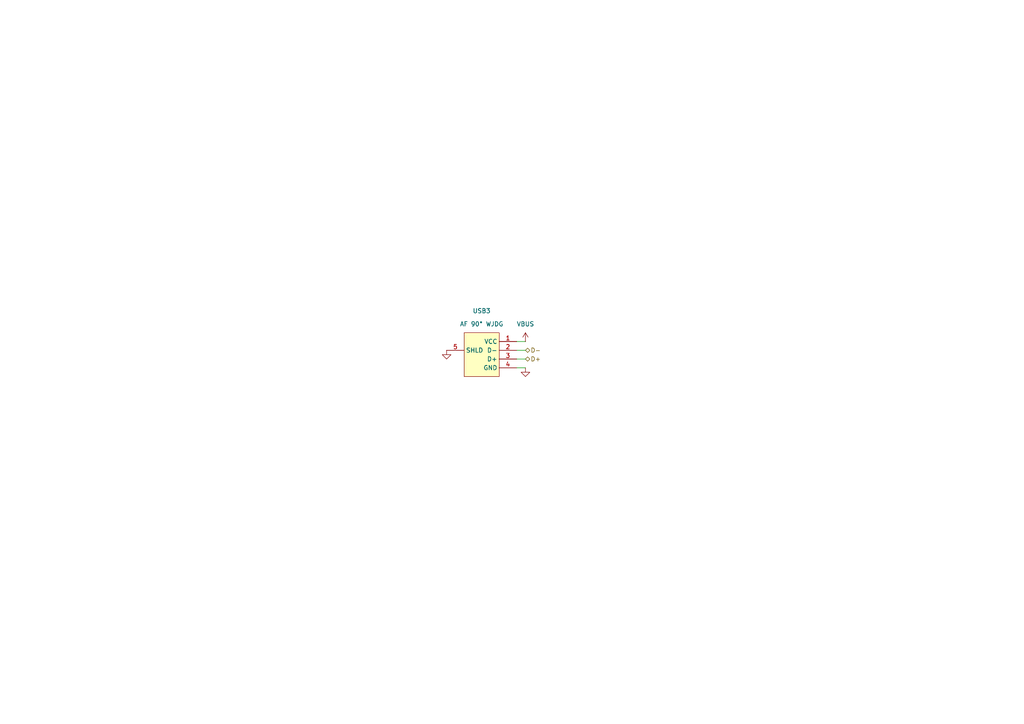
<source format=kicad_sch>
(kicad_sch (version 20250114) (generator "eeschema") (generator_version "9.0")
  (paper "A4")
  (lib_symbols
    (symbol "easyeda2kicad:AF90°WJDG"
      (property "Reference" "USB" (at 0 7.62 0))
      (property "Value" "AF 90° WJDG" (at 0 -10.16 0))
      (symbol "AF90°WJDG_0_1"
        (rectangle (start -5.08 5.08) (end 5.08 -7.62) (fill (type background)))
        (pin unspecified line (at -10.16 0 0) (length 5.08) (name "SHLD") (number "5"))
        (pin input line (at 10.16 2.54 180) (length 5.08) (name "VCC") (number "1"))
        (pin input line (at 10.16 0 180) (length 5.08) (name "D-") (number "2"))
        (pin input line (at 10.16 -2.54 180) (length 5.08) (name "D+") (number "3"))
        (pin input line (at 10.16 -5.08 180) (length 5.08) (name "GND") (number "4"))
      )
    )
    (symbol "power:GND" (power) (pin_numbers (hide yes)) (pin_names (offset 0) (hide yes))
      (property "Value" "GND" (at 0 -3.81 0))
      (symbol "GND_0_1"
        (polyline (pts (xy 0 0) (xy 0 -1.27) (xy 1.27 -1.27) (xy 0 -2.54) (xy -1.27 -1.27) (xy 0 -1.27)))
      )
      (symbol "GND_1_1"
        (pin power_in line (at 0 0 270) (length 0) (name "~") (number "1"))
      )
    )
    (symbol "power:VBUS" (power) (pin_numbers (hide yes)) (pin_names (offset 0) (hide yes))
      (property "Value" "VBUS" (at 0 3.556 0))
      (symbol "VBUS_0_1"
        (polyline (pts (xy -0.762 1.27) (xy 0 2.54)))
        (polyline (pts (xy 0 2.54) (xy 0.762 1.27)))
        (polyline (pts (xy 0 0) (xy 0 2.54)))
      )
      (symbol "VBUS_1_1"
        (pin power_in line (at 0 0 90) (length 0) (name "~") (number "1"))
      )
    )
  )
  (wire (pts (xy 149.86 99.06) (xy 152.4 99.06)))
  (wire (pts (xy 149.86 106.68) (xy 152.4 106.68)))
  (wire (pts (xy 149.86 104.14) (xy 152.4 104.14)))
  (wire (pts (xy 149.86 101.6) (xy 152.4 101.6)))
  (hierarchical_label "D+" (shape bidirectional) (at 152.4 104.14 0))
  (hierarchical_label "D-" (shape bidirectional) (at 152.4 101.6 0))
  (symbol (lib_id "power:VBUS") (at 152.4 99.06 0) (unit 1)
    (property "Reference" "#PWR067" (effects (hide yes)))
    (property "Value" "VBUS" (at 152.4 93.98 0))
    (property "Description" "Power symbol creates a global label with name \"VBUS\"" (effects (hide yes)))
  )
  (symbol (lib_id "power:GND") (at 152.4 106.68 0) (unit 1)
    (property "Reference" "#PWR066" (effects (hide yes)))
    (property "Value" "GND" (effects (hide yes)))
    (property "Description" "Power symbol creates a global label with name \"GND\" , ground" (effects (hide yes)))
  )
  (symbol (lib_id "easyeda2kicad:AF90°WJDG") (at 139.7 101.6 0) (unit 1)
    (property "Reference" "USB3" (at 139.7 90.17 0))
    (property "Value" "AF 90° WJDG" (at 139.7 93.98 0))
    (property "Footprint" "easyeda2kicad:USB-A-TH_AF-WJDG" (effects (hide yes)))
    (property "Datasheet" "https://lcsc.com/product-detail/USB-Connectors_SHOU-HAN-AF-900-WJDG_C456018.html" (effects (hide yes)))
    (property "LCSC Part" "C456018" (effects (hide yes)))
  )
  (symbol (lib_id "power:GND") (at 129.54 101.6 0) (unit 1)
    (property "Reference" "#PWR068" (effects (hide yes)))
    (property "Value" "GND" (effects (hide yes)))
    (property "Description" "Power symbol creates a global label with name \"GND\" , ground" (effects (hide yes)))
  )
)
</source>
